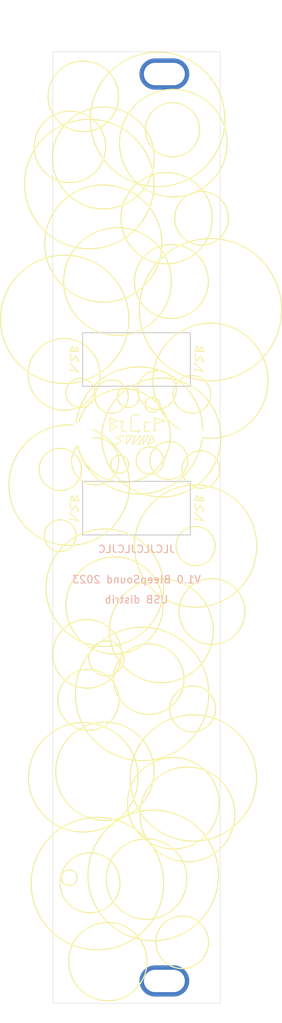
<source format=kicad_pcb>
(kicad_pcb (version 20221018) (generator pcbnew)
  (layers (0 "F.Cu" signal) (31 "B.Cu" signal) (34 "B.Paste" user) (35 "F.Paste" user) (36 "B.SilkS" user "B.Silkscreen") (37 "F.SilkS" user "F.Silkscreen") (38 "B.Mask" user) (39 "F.Mask" user) (44 "Edge.Cuts" user))
  (net 0 "")
  (net 1 "GND")
  (footprint "MountingHole:MountingHole_3.2mm_M3" (layer "F.Cu") (at 93.35 73.4)
    (fp_text reference "H10" hide)
    (fp_text value "SpacerHoles")
    (pad "" np_thru_hole circle (at 0 0) (size 3.2 3.2) (drill 3.2) (layers "*.Cu" "*.Mask"))
  )
  (footprint "Synth:Doepfer Mounting hole" (layer "F.Cu") (at 104.5 147)
    (fp_text reference "H1" hide)
    (fp_text value "MountingHole")
    (pad "1" thru_hole oval (at 0 0) (size 6.7 4.2) (drill oval 5.5 3) (layers "*.Cu" "*.Mask"))
  )
  (footprint "MountingHole:MountingHole_3.2mm_M3" (layer "F.Cu") (at 108.1 73.4)
    (fp_text reference "H9" hide)
    (fp_text value "SpacerHoles")
    (pad "" np_thru_hole circle (at 0 0) (size 3.2 3.2) (drill 3.2) (layers "*.Cu" "*.Mask"))
  )
  (footprint "Synth:Doepfer Mounting hole" (layer "F.Cu") (at 104.5 25)
    (fp_text reference "H3" hide)
    (fp_text value "MountingHole")
    (pad "1" thru_hole oval (at 0 0) (size 6.7 4.2) (drill oval 5.5 3) (layers "*.Cu" "*.Mask"))
  )
  (gr_line (start 99 73.65) (end 98 73.85) (stroke (width 0.12)) (layer "F.SilkS"))
  (gr_line (start 92.7 61.6) (end 92.4 62.3) (stroke (width 0.12)) (layer "F.SilkS"))
  (gr_line (start 93 82.4) (end 92.7 81.7) (stroke (width 0.12)) (layer "F.SilkS"))
  (gr_line (start 109.4 62.9) (end 109.8 63.7) (stroke (width 0.12)) (layer "F.SilkS"))
  (gr_circle (center 104.1 73.9) (end 110 79.3) (stroke (width 0.15)) (fill none) (layer "F.SilkS"))
  (gr_circle (center 96.9 144.4) (end 95.6 139.3) (stroke (width 0.15)) (fill none) (layer "F.SilkS"))
  (gr_line (start 100.6 73.65) (end 100.2 74.85) (stroke (width 0.12)) (layer "F.SilkS"))
  (gr_circle (center 91 65.4) (end 92.1 70.1) (stroke (width 0.15)) (fill none) (layer "F.SilkS"))
  (gr_line (start 92.6 83) (end 93 83.8) (stroke (width 0.12)) (layer "F.SilkS"))
  (gr_circle (center 91.8 34.8) (end 92 39.6) (stroke (width 0.15)) (fill none) (layer "F.SilkS"))
  (gr_line (start 109.5 61.6) (end 109.2 62.3) (stroke (width 0.12)) (layer "F.SilkS"))
  (gr_circle (center 110.7 56.7) (end 114.2 47.8) (stroke (width 0.15)) (fill none) (layer "F.SilkS"))
  (gr_line (start 108.6 82.4) (end 109.8 82.4) (stroke (width 0.12)) (layer "F.SilkS"))
  (gr_circle (center 99 73.65) (end 102.550491 78.844999) (stroke (width 0.15)) (fill none) (layer "F.SilkS"))
  (gr_circle (center 94.5 133.8) (end 94 129.8) (stroke (width 0.15)) (fill none) (layer "F.SilkS"))
  (gr_line (start 91.8 62.7) (end 92 63.7) (stroke (width 0.12)) (layer "F.SilkS"))
  (gr_line (start 91.8 64.7) (end 93 65.1) (stroke (width 0.12)) (layer "F.SilkS"))
  (gr_circle (center 95.5 133.9) (end 96.9 125.1) (stroke (width 0.15)) (fill none) (layer "F.SilkS"))
  (gr_circle (center 91.1 58) (end 95.7 50.7) (stroke (width 0.15)) (fill none) (layer "F.SilkS"))
  (gr_line (start 101.8 73.65) (end 101.6 74.85) (stroke (width 0.12)) (layer "F.SilkS"))
  (gr_line (start 91.8 82.4) (end 93 82.4) (stroke (width 0.12)) (layer "F.SilkS"))
  (gr_line (start 102.8 73.65) (end 102.2 74.85) (stroke (width 0.12)) (layer "F.SilkS"))
  (gr_line (start 91.8 62.7) (end 92 62.7) (stroke (width 0.12)) (layer "F.SilkS"))
  (gr_line (start 109.5 81.7) (end 109.2 82.4) (stroke (width 0.12)) (layer "F.SilkS"))
  (gr_line (start 108.6 64.7) (end 109.8 65.1) (stroke (width 0.12)) (layer "F.SilkS"))
  (gr_line (start 109.2 62.3) (end 108.9 61.6) (stroke (width 0.12)) (layer "F.SilkS"))
  (gr_line (start 93 85.2) (end 91.8 84) (stroke (width 0.12)) (layer "F.SilkS"))
  (gr_line (start 93 63.7) (end 92.8 63.7) (stroke (width 0.12)) (layer "F.SilkS"))
  (gr_line (start 109.8 63.7) (end 109.6 63.7) (stroke (width 0.12)) (layer "F.SilkS"))
  (gr_line (start 92.6 62.9) (end 93 63.7) (stroke (width 0.12)) (layer "F.SilkS"))
  (gr_circle (center 102.550491 77) (end 101 78) (stroke (width 0.15)) (fill none) (layer "F.SilkS"))
  (gr_circle (center 110.7 66.263472) (end 110.9 74) (stroke (width 0.15)) (fill none) (layer "F.SilkS"))
  (gr_line (start 98.8 71.65) (end 99 71.85) (stroke (width 0.12)) (layer "F.SilkS"))
  (gr_line (start 109.8 62.3) (end 109.5 61.6) (stroke (width 0.12)) (layer "F.SilkS"))
  (gr_line (start 93 62.3) (end 92.7 61.6) (stroke (width 0.12)) (layer "F.SilkS"))
  (gr_line (start 101.6 74.85) (end 102.4 73.65) (stroke (width 0.12)) (layer "F.SilkS"))
  (gr_line (start 104.6 71.65) (end 103.2 72.05) (stroke (width 0.12)) (layer "F.SilkS"))
  (gr_line (start 93 83.8) (end 92.8 83.8) (stroke (width 0.12)) (layer "F.SilkS"))
  (gr_line (start 101.4 73.65) (end 101.2 73.65) (stroke (width 0.12)) (layer "F.SilkS"))
  (gr_circle (center 103.5 67.5) (end 103.7 64.9) (stroke (width 0.15)) (fill none) (layer "F.SilkS"))
  (gr_line (start 98.8 71.65) (end 98.6 71.85) (stroke (width 0.12)) (layer "F.SilkS"))
  (gr_line (start 91.8 84) (end 91.8 84.2) (stroke (width 0.12)) (layer "F.SilkS"))
  (gr_circle (center 108.3 110.4) (end 109.6 113.2) (stroke (width 0.15)) (fill none) (layer "F.SilkS"))
  (gr_line (start 98.8 73.05) (end 99.4 73.05) (stroke (width 0.12)) (layer "F.SilkS"))
  (gr_line (start 98.2 71.65) (end 97.2 71.25) (stroke (width 0.12)) (layer "F.SilkS"))
  (gr_line (start 92 63.7) (end 92.6 62.9) (stroke (width 0.12)) (layer "F.SilkS"))
  (gr_circle (center 108.7 88.5) (end 108.3 91.1) (stroke (width 0.15)) (fill none) (layer "F.SilkS"))
  (gr_line (start 108.6 84) (end 108.6 84.2) (stroke (width 0.12)) (layer "F.SilkS"))
  (gr_line (start 97.2 73.05) (end 98.2 72.45) (stroke (width 0.12)) (layer "F.SilkS"))
  (gr_circle (center 108.2 68.1) (end 109 70.5) (stroke (width 0.15)) (fill none) (layer "F.SilkS"))
  (gr_line (start 103.2 71.25) (end 103.2 73.05) (stroke (width 0.12)) (layer "F.SilkS"))
  (gr_circle (center 96.3 36.3) (end 99.2 42.5) (stroke (width 0.15)) (fill none) (layer "F.SilkS"))
  (gr_line (start 92.4 62.3) (end 92.1 61.6) (stroke (width 0.12)) (layer "F.SilkS"))
  (gr_line (start 109.8 85.2) (end 108.6 84) (stroke (width 0.12)) (layer "F.SilkS"))
  (gr_circle (center 101.1 72.95) (end 108 78) (stroke (width 0.15)) (fill none) (layer "F.SilkS"))
  (gr_line (start 100 71.25) (end 100 73.05) (stroke (width 0.12)) (layer "F.SilkS"))
  (gr_line (start 109.4 62.9) (end 109.8 63.7) (stroke (width 0.12)) (layer "F.SilkS"))
  (gr_line (start 91.8 82.8) (end 92 83.8) (stroke (width 0.12)) (layer "F.SilkS"))
  (gr_line (start 92 63.7) (end 92.6 62.9) (stroke (width 0.12)) (layer "F.SilkS"))
  (gr_line (start 92.1 61.6) (end 91.8 62.3) (stroke (width 0.12)) (layer "F.SilkS"))
  (gr_line (start 92.6 62.9) (end 93 63.7) (stroke (width 0.12)) (layer "F.SilkS"))
  (gr_line (start 91.8 62.3) (end 93 62.3) (stroke (width 0.12)) (layer "F.SilkS"))
  (gr_line (start 100.2 74.85) (end 101.4 73.65) (stroke (width 0.12)) (layer "F.SilkS"))
  (gr_circle (center 93.6 28) (end 95.1 32.5) (stroke (width 0.15)) (fill none) (layer "F.SilkS"))
  (gr_line (start 108.6 84.8) (end 109.8 85.2) (stroke (width 0.12)) (layer "F.SilkS"))
  (gr_circle (center 105.7 34.3) (end 111.2 39) (stroke (width 0.15)) (fill none) (layer "F.SilkS"))
  (gr_line (start 91.8 63.9) (end 91.8 64.1) (stroke (width 0.12)) (layer "F.SilkS"))
  (gr_circle (center 104.8 44.4) (end 106.8 50.2) (stroke (width 0.15)) (fill none) (layer "F.SilkS"))
  (gr_line (start 100.4 70.85) (end 101.2 70.85) (stroke (width 0.12)) (layer "F.SilkS"))
  (gr_line (start 91.8 63.9) (end 91.8 64.1) (stroke (width 0.12)) (layer "F.SilkS"))
  (gr_line (start 100.6 73.65) (end 100.4 73.65) (stroke (width 0.12)) (layer "F.SilkS"))
  (gr_line (start 102.4 73.65) (end 102.2 73.65) (stroke (width 0.12)) (layer "F.SilkS"))
  (gr_line (start 109.8 83.8) (end 109.6 83.8) (stroke (width 0.12)) (layer "F.SilkS"))
  (gr_circle (center 105.6 32.5) (end 106.6 36) (stroke (width 0.15)) (fill none) (layer "F.SilkS"))
  (gr_line (start 92.1 81.7) (end 91.8 82.4) (stroke (width 0.12)) (layer "F.SilkS"))
  (gr_line (start 91.8 62.7) (end 92 63.7) (stroke (width 0.12)) (layer "F.SilkS"))
  (gr_circle (center 90.5 78.2) (end 93.3 78.7) (stroke (width 0.15)) (fill none) (layer "F.SilkS"))
  (gr_line (start 108.6 84.8) (end 108.6 85) (stroke (width 0.12)) (layer "F.SilkS"))
  (gr_circle (center 90.5 87.1) (end 90.9 89.2) (stroke (width 0.15)) (fill none) (layer "F.SilkS"))
  (gr_line (start 103 72.85) (end 103.2 73.05) (stroke (width 0.12)) (layer "F.SilkS"))
  (gr_circle (center 110.9 97.3) (end 108.8 93.4) (stroke (width 0.15)) (fill none) (layer "F.SilkS"))
  (gr_line (start 100 73.05) (end 101.2 73.05) (stroke (width 0.12)) (layer "F.SilkS"))
  (gr_circle (center 93.6 119.6) (end 98.5 114.1) (stroke (width 0.15)) (fill none) (layer "F.SilkS"))
  (gr_line (start 109.8 65.1) (end 108.6 63.9) (stroke (width 0.12)) (layer "F.SilkS"))
  (gr_line (start 109.2 62.3) (end 108.9 61.6) (stroke (width 0.12)) (layer "F.SilkS"))
  (gr_line (start 101.8 71.85) (end 102.6 71.85) (stroke (width 0.12)) (layer "F.SilkS"))
  (gr_line (start 98.8 71.65) (end 98.8 73.05) (stroke (width 0.12)) (layer "F.SilkS"))
  (gr_circle (center 106.9 141.8) (end 107.4 138.3) (stroke (width 0.15)) (fill none) (layer "F.SilkS"))
  (gr_line (start 108.9 61.6) (end 108.6 62.3) (stroke (width 0.12)) (layer "F.SilkS"))
  (gr_line (start 91.8 62.3) (end 93 62.3) (stroke (width 0.12)) (layer "F.SilkS"))
  (gr_line (start 102.8 73.65) (end 103.2 74.45) (stroke (width 0.12)) (layer "F.SilkS"))
  (gr_line (start 100 71.85) (end 100.4 71.85) (stroke (width 0.12)) (layer "F.SilkS"))
  (gr_circle (center 97.4 68.4) (end 96.6 70.5) (stroke (width 0.15)) (fill none) (layer "F.SilkS"))
  (gr_line (start 102.2 74.85) (end 103.2 74.45) (stroke (width 0.12)) (layer "F.SilkS"))
  (gr_circle (center 108.7 88.5) (end 110.6 96.5) (stroke (width 0.15)) (fill none) (layer "F.SilkS"))
  (gr_line (start 108.6 82.8) (end 108.8 83.8) (stroke (width 0.12)) (layer "F.SilkS"))
  (gr_line (start 91.8 82.8) (end 92 82.8) (stroke (width 0.12)) (layer "F.SilkS"))
  (gr_line (start 98.8 74.45) (end 98 74.85) (stroke (width 0.12)) (layer "F.SilkS"))
  (gr_line (start 101 74.85) (end 101.2 74.85) (stroke (width 0.12)) (layer "F.SilkS"))
  (gr_line (start 108.8 83.8) (end 109.4 83) (stroke (width 0.12)) (layer "F.SilkS"))
  (gr_circle (center 108.4 119.7) (end 102.7 113.4) (stroke (width 0.15)) (fill none) (layer "F.SilkS"))
  (gr_circle (center 98.5 77.5) (end 98.6 78.7) (stroke (width 0.15)) (fill none) (layer "F.SilkS"))
  (gr_circle (center 94.3 109.2) (end 97.1 106.2) (stroke (width 0.15)) (fill none) (layer "F.SilkS"))
  (gr_line (start 91.8 64.7) (end 93 65.1) (stroke (width 0.12)) (layer "F.SilkS"))
  (gr_circle (center 101.5 108.4) (end 103.7 117.1) (stroke (width 0.15)) (fill none) (layer "F.SilkS"))
  (gr_line (start 109.8 63.7) (end 109.6 63.7) (stroke (width 0.12)) (layer "F.SilkS"))
  (gr_line (start 101.8 73.05) (end 102.6 73.05) (stroke (width 0.12)) (layer "F.SilkS"))
  (gr_circle (center 96.7 103.6) (end 95.3 105.5) (stroke (width 0.15)) (fill none) (layer "F.SilkS"))
  (gr_line (start 108.6 62.7) (end 108.8 63.7) (stroke (width 0.12)) (layer "F.SilkS"))
  (gr_circle (center 97.8 96.5) (end 91.9 93.7) (stroke (width 0.15)) (fill none) (layer "F.SilkS"))
  (gr_circle (center 99.64722 68.4) (end 100.6 69.5) (stroke (width 0.15)) (fill none) (layer "F.SilkS"))
  (gr_circle (center 95.2 77.1) (end 96.7 79.9) (stroke (width 0.15)) (fill none) (layer "F.SilkS"))
  (gr_line (start 91.8 84.8) (end 93 85.2) (stroke (width 0.12)) (layer "F.SilkS"))
  (gr_line (start 108.9 81.7) (end 108.6 82.4) (stroke (width 0.12)) (layer "F.SilkS"))
  (gr_circle (center 96.3 47.8) (end 102.7 52.4) (stroke (width 0.15)) (fill none) (layer "F.SilkS"))
  (gr_line (start 92.1 61.6) (end 91.8 62.3) (stroke (width 0.12)) (layer "F.SilkS"))
  (gr_line (start 93 63.7) (end 92.8 63.7) (stroke (width 0.12)) (layer "F.SilkS"))
  (gr_line (start 92.4 62.3) (end 92.1 61.6) (stroke (width 0.12)) (layer "F.SilkS"))
  (gr_line (start 109.8 62.3) (end 109.5 61.6) (stroke (width 0.12)) (layer "F.SilkS"))
  (gr_circle (center 107.6 124.6) (end 109.1 130.8) (stroke (width 0.15)) (fill none) (layer "F.SilkS"))
  (gr_line (start 92.4 82.4) (end 92.1 81.7) (stroke (width 0.12)) (layer "F.SilkS"))
  (gr_circle (center 93.2 67.9) (end 93.7 69.8) (stroke (width 0.15)) (fill none) (layer "F.SilkS"))
  (gr_line (start 93 62.3) (end 92.7 61.6) (stroke (width 0.12)) (layer "F.SilkS"))
  (gr_circle (center 98.2 52.9) (end 100.7 46.1) (stroke (width 0.15)) (fill none) (layer "F.SilkS"))
  (gr_circle (center 96.5 118.8) (end 98.5 125.1) (stroke (width 0.15)) (fill none) (layer "F.SilkS"))
  (gr_line (start 91.8 62.7) (end 92 62.7) (stroke (width 0.12)) (layer "F.SilkS"))
  (gr_circle (center 91.7 133.1) (end 92.4 133.9) (stroke (width 0.15)) (fill none) (layer "F.SilkS"))
  (gr_line (start 98 74.85) (end 98 74.65) (stroke (width 0.12)) (layer "F.SilkS"))
  (gr_arc (start 100 71.25) (mid 100.117157 70.967157) (end 100.4 70.85) (stroke (width 0.12)) (layer "F.SilkS"))
  (gr_line (start 109.2 82.4) (end 108.9 81.7) (stroke (width 0.12)) (layer "F.SilkS"))
  (gr_line (start 92 83.8) (end 92.6 83) (stroke (width 0.12)) (layer "F.SilkS"))
  (gr_circle (center 105.444998 52.9) (end 108.1 57.1) (stroke (width 0.15)) (fill none) (layer "F.SilkS"))
  (gr_circle (center 109.5 44.4) (end 113.1 44.1) (stroke (width 0.15)) (fill none) (layer "F.SilkS"))
  (gr_line (start 108.6 62.3) (end 109.8 62.3) (stroke (width 0.12)) (layer "F.SilkS"))
  (gr_line (start 108.8 63.7) (end 109.4 62.9) (stroke (width 0.12)) (layer "F.SilkS"))
  (gr_line (start 108.6 64.7) (end 108.6 64.9) (stroke (width 0.12)) (layer "F.SilkS"))
  (gr_circle (center 96.5 94.1) (end 90 89.6) (stroke (width 0.15)) (fill none) (layer "F.SilkS"))
  (gr_line (start 108.6 62.3) (end 109.8 62.3) (stroke (width 0.12)) (layer "F.SilkS"))
  (gr_circle (center 103 132.8) (end 96 138.1) (stroke (width 0.15)) (fill none) (layer "F.SilkS"))
  (gr_line (start 108.8 63.7) (end 109.4 62.9) (stroke (width 0.12)) (layer "F.SilkS"))
  (gr_line (start 98 73.85) (end 98.8 74.45) (stroke (width 0.12)) (layer "F.SilkS"))
  (gr_circle (center 102.4 106.4) (end 97.7 105.8) (stroke (width 0.15)) (fill none) (layer "F.SilkS"))
  (gr_circle (center 94.4 39.8) (end 94.557324 31.1) (stroke (width 0.15)) (fill none) (layer "F.SilkS"))
  (gr_circle (center 104.1 99.9) (end 98.6 104.2) (stroke (width 0.15)) (fill none) (layer "F.SilkS"))
  (gr_line (start 100.2 73.65) (end 99.4 73.65) (stroke (width 0.12)) (layer "F.SilkS"))
  (gr_circle (center 102.1 133.3) (end 105.7 129.255485) (stroke (width 0.15)) (fill none) (layer "F.SilkS"))
  (gr_line (start 109.5 61.6) (end 109.2 62.3) (stroke (width 0.12)) (layer "F.SilkS"))
  (gr_line (start 91.8 64.7) (end 91.8 64.9) (stroke (width 0.12)) (layer "F.SilkS"))
  (gr_line (start 98.2 72.45) (end 97.2 72.05) (stroke (width 0.12)) (layer "F.SilkS"))
  (gr_line (start 101.8 73.65) (end 101 74.85) (stroke (width 0.12)) (layer "F.SilkS"))
  (gr_line (start 93 65.1) (end 91.8 63.9) (stroke (width 0.12)) (layer "F.SilkS"))
  (gr_line (start 108.6 62.7) (end 108.8 63.7) (stroke (width 0.12)) (layer "F.SilkS"))
  (gr_line (start 103.2 73.05) (end 103.2 72.85) (stroke (width 0.12)) (layer "F.SilkS"))
  (gr_line (start 99.4 74.85) (end 100.2 73.65) (stroke (width 0.12)) (layer "F.SilkS"))
  (gr_line (start 108.9 61.6) (end 108.6 62.3) (stroke (width 0.12)) (layer "F.SilkS"))
  (gr_line (start 108.6 62.7) (end 108.8 62.7) (stroke (width 0.12)) (layer "F.SilkS"))
  (gr_line (start 101.2 73.05) (end 101 72.85) (stroke (width 0.12)) (layer "F.SilkS"))
  (gr_line (start 97.2 71.25) (end 97.2 73.05) (stroke (width 0.12)) (layer "F.SilkS"))
  (gr_line (start 91.8 84.8) (end 91.8 85) (stroke (width 0.12)) (layer "F.SilkS"))
  (gr_line (start 92.7 61.6) (end 92.4 62.3) (stroke (width 0.12)) (layer "F.SilkS"))
  (gr_circle (center 105.7 123.1) (end 101.5 127.6) (stroke (width 0.15)) (fill none) (layer "F.SilkS"))
  (gr_line (start 101.8 71.85) (end 101.8 73.05) (stroke (width 0.12)) (layer "F.SilkS"))
  (gr_line (start 103.2 73.05) (end 103.4 72.85) (stroke (width 0.12)) (layer "F.SilkS"))
  (gr_line (start 101.2 73.05) (end 101 73.25) (stroke (width 0.12)) (layer "F.SilkS"))
  (gr_circle (center 94.1 103) (end 98.1 105.3) (stroke (width 0.15)) (fill none) (layer "F.SilkS"))
  (gr_line (start 108.6 82.8) (end 108.8 82.8) (stroke (width 0.12)) (layer "F.SilkS"))
  (gr_circle (center 103.6 31.1) (end 98.7 38.7) (stroke (width 0.15)) (fill none) (layer "F.SilkS"))
  (gr_circle (center 102.9 69.5) (end 102.8 68.5) (stroke (width 0.15)) (fill none) (layer "F.SilkS"))
  (gr_line (start 97.2 72.05) (end 98.2 71.65) (stroke (width 0.12)) (layer "F.SilkS"))
  (gr_line (start 108.6 64.7) (end 109.8 65.1) (stroke (width 0.12)) (layer "F.SilkS"))
  (gr_circle (center 91.7 80.3) (end 91.3 88.4) (stroke (width 0.15)) (fill none) (layer "F.SilkS"))
  (gr_line (start 99.4 73.65) (end 99.4 74.85) (stroke (width 0.12)) (layer "F.SilkS"))
  (gr_line (start 109.8 82.4) (end 109.5 81.7) (stroke (width 0.12)) (layer "F.SilkS"))
  (gr_line (start 108.6 64.7) (end 108.6 64.9) (stroke (width 0.12)) (layer "F.SilkS"))
  (gr_line (start 92.7 81.7) (end 92.4 82.4) (stroke (width 0.12)) (layer "F.SilkS"))
  (gr_line (start 108.6 62.7) (end 108.8 62.7) (stroke (width 0.12)) (layer "F.SilkS"))
  (gr_circle (center 109.4 78.2) (end 109.8 80.7) (stroke (width 0.15)) (fill none) (layer "F.SilkS"))
  (gr_line (start 109.8 65.1) (end 108.6 63.9) (stroke (width 0.12)) (layer "F.SilkS"))
  (gr_line (start 103.2 71.25) (end 104.6 71.65) (stroke (width 0.12)) (layer "F.SilkS"))
  (gr_line (start 99 73.65) (end 99 73.85) (stroke (width 0.12)) (layer "F.SilkS"))
  (gr_line (start 93 65.1) (end 91.8 63.9) (stroke (width 0.12)) (layer "F.SilkS"))
  (gr_line (start 91.8 64.7) (end 91.8 64.9) (stroke (width 0.12)) (layer "F.SilkS"))
  (gr_line (start 108.6 63.9) (end 108.6 64.1) (stroke (width 0.12)) (layer "F.SilkS"))
  (gr_line (start 101.8 72.45) (end 102 72.45) (stroke (width 0.12)) (layer "F.SilkS"))
  (gr_line (start 108.6 63.9) (end 108.6 64.1) (stroke (width 0.12)) (layer "F.SilkS"))
  (gr_line (start 109.4 83) (end 109.8 83.8) (stroke (width 0.12)) (layer "F.SilkS"))
  (gr_circle (center 105.1 77) (end 102.8 78.1) (stroke (width 0.15)) (fill none) (layer "F.SilkS"))
  (gr_line (start 89.5 22) (end 112 22) (stroke (width 0.05)) (layer "Edge.Cuts"))
  (gr_line (start 112 22) (end 112 150) (stroke (width 0.05)) (layer "Edge.Cuts"))
  (gr_line (start 112 150) (end 89.5 150) (stroke (width 0.05)) (layer "Edge.Cuts"))
  (gr_line (start 89.5 22) (end 89.5 150) (stroke (width 0.05)) (layer "Edge.Cuts"))
  (gr_rect (start 93.5 59.8) (end 108 67) (stroke (width 0.15)) (fill none) (layer "Edge.Cuts"))
  (gr_rect (start 93.5 79.8) (end 108 87) (stroke (width 0.15)) (fill none) (layer "Edge.Cuts"))
  (gr_text "USB distrib" (at 100.75 95.7) (layer "B.SilkS") (effects (font (size 1 1)) (justify mirror)))
  (gr_text "V1.0 BleepSound 2023\n" (at 100.75 93) (layer "B.SilkS") (effects (font (size 1 1)) (justify mirror)))
  (gr_text "JLCJLCJLCJLC\n" (at 100.75 88.9) (layer "B.SilkS") (effects (font (size 1 1)) (justify mirror)))
)
</source>
